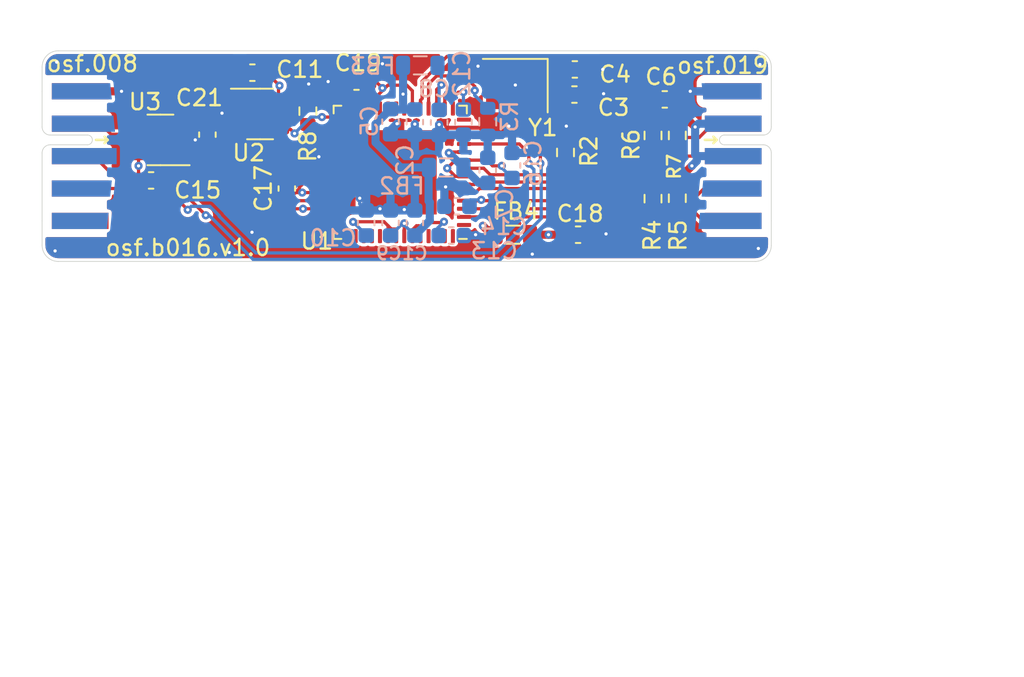
<source format=kicad_pcb>
(kicad_pcb (version 20211014) (generator pcbnew)
  (layers (0 "F.Cu" signal) (1 "In1.Cu" signal) (2 "In2.Cu" signal) (31 "B.Cu" signal) (34 "B.Paste" user) (35 "F.Paste" user) (36 "B.SilkS" user "B.Silkscreen") (37 "F.SilkS" user "F.Silkscreen") (38 "B.Mask" user) (39 "F.Mask" user) (44 "Edge.Cuts" user))
  (net 0 "")
  (net 1 "GND")
  (net 2 "Net-(C1-Pad1)")
  (net 3 "Net-(C7-Pad1)")
  (net 4 "Net-(C8-Pad1)")
  (net 5 "+3.3V")
  (net 6 "/Sheet603703E3/CT1")
  (net 7 "/Sheet603703E3/DM")
  (net 8 "/Sheet603703E3/DP")
  (net 9 "/Sheet603703E3/D1-")
  (net 10 "/Sheet603703E3/D2+")
  (net 11 "/Sheet603703E3/D2-")
  (net 12 "/Sheet603703E3/D1+")
  (net 14 "Net-(R2-Pad2)")
  (net 15 "Net-(R3-Pad2)")
  (net 16 "Net-(C4-Pad1)")
  (net 17 "Net-(C3-Pad1)")
  (net 22 "/VCC")
  (net 43 "Net-(U1-Pad29)")
  (net 44 "Net-(R8-Pad1)")
  (net 45 "Net-(U1-Pad31)")
  (net 46 "Net-(U1-Pad32)")
  (footprint "Capacitor_SMD:C_0603_1608Metric" (layer "F.Cu") (at 142.975 101.35 180)
    (fp_text reference "C11")
    (fp_text value "100nF")
  )
  (footprint "Capacitor_SMD:C_0603_1608Metric" (layer "F.Cu") (at 136.725 108)
    (fp_text reference "C15")
    (fp_text value "4.7nF")
  )
  (footprint "Capacitor_SMD:C_0603_1608Metric" (layer "F.Cu") (at 145.1 108.5 90)
    (fp_text reference "C17")
    (fp_text value "4.7nF")
  )
  (footprint "Capacitor_SMD:C_0603_1608Metric" (layer "F.Cu") (at 163.075 111.35)
    (fp_text reference "C18")
    (fp_text value "1.5nF")
  )
  (footprint "Capacitor_SMD:C_0603_1608Metric" (layer "F.Cu") (at 149.4 101.9 180)
    (fp_text reference "C19")
    (fp_text value "1.5nF")
  )
  (footprint "Inductor_SMD:L_0805_2012Metric" (layer "F.Cu") (at 159.05 111.35)
    (fp_text reference "FB4")
    (fp_text value "220R")
  )
  (footprint "on_edge:on_edge_2x05_device" (layer "F.Cu") (at 130 106.5 -90)
    (fp_text reference "J1")
    (fp_text value "008_USB_2x2")
    (fp_line (start -0.7 -0.5) (end -0.7 -2.8) (layer "Edge.Cuts") (width 0.05))
    (fp_line (start -1.3 -2.8) (end -1.3 -0.5) (layer "Edge.Cuts") (width 0.05))
    (fp_line (start -4 0) (end -1.8 0) (layer "Edge.Cuts") (width 0.05))
    (fp_line (start -0.2 0) (end 4 0) (layer "Edge.Cuts") (width 0.05))
    (fp_arc (start -1.3 -2.8) (mid -1 -3.1) (end -0.7 -2.8) (layer "Edge.Cuts") (width 0.05))
    (fp_arc (start -1.3 -0.5) (mid -1.446447 -0.146447) (end -1.8 0) (layer "Edge.Cuts") (width 0.05))
    (fp_arc (start -0.2 0) (mid -0.553553 -0.146447) (end -0.7 -0.5) (layer "Edge.Cuts") (width 0.05))
  )
  (footprint "on_edge:on_edge_2x05_host" (layer "F.Cu") (at 175 106.5 -90)
    (fp_text reference "J2")
    (fp_text value "009_1000BASE-T_2x5")
    (fp_line (start -1.3 0.5) (end -1.3 2.9) (layer "Edge.Cuts") (width 0.05))
    (fp_line (start -0.7 2.9) (end -0.7 0.5) (layer "Edge.Cuts") (width 0.05))
    (fp_line (start -0.2 0) (end 4 0) (layer "Edge.Cuts") (width 0.05))
    (fp_line (start -4 0) (end -1.8 0) (layer "Edge.Cuts") (width 0.05))
    (fp_arc (start -0.7 2.9) (mid -1 3.2) (end -1.3 2.9) (layer "Edge.Cuts") (width 0.05))
    (fp_arc (start -0.7 0.5) (mid -0.553553 0.146447) (end -0.2 0) (layer "Edge.Cuts") (width 0.05))
    (fp_arc (start -1.8 0) (mid -1.446447 0.146447) (end -1.3 0.5) (layer "Edge.Cuts") (width 0.05))
  )
  (footprint "Resistor_SMD:R_0603_1608Metric" (layer "F.Cu") (at 162.3 106.275 -90)
    (fp_text reference "R2")
    (fp_text value "12k")
  )
  (footprint "Package_DFN_QFN:QFN-56-1EP_8x8mm_P0.5mm_EP4.5x5.2mm" (layer "F.Cu") (at 152.1 107.5 180)
    (fp_text reference "U1")
    (fp_text value "LAN9500(A)")
  )
  (footprint "Capacitor_SMD:C_0603_1608Metric" (layer "F.Cu") (at 162.85 102.7)
    (fp_text reference "C3")
    (fp_text value "10pF")
  )
  (footprint "Capacitor_SMD:C_0603_1608Metric" (layer "F.Cu") (at 162.875 101.15)
    (fp_text reference "C4")
    (fp_text value "10pF")
  )
  (footprint "Crystal:Crystal_SMD_Abracon_ABM8G-4Pin_3.2x2.5mm" (layer "F.Cu") (at 159.2 102.15 180)
    (fp_text reference "Y1")
    (fp_text value "25MhZ")
  )
  (footprint "Package_TO_SOT_SMD:SOT-23-5" (layer "F.Cu") (at 137.3 105.5 180)
    (fp_text reference "U3")
    (fp_text value "TC1017-xCT")
  )
  (footprint "Resistor_SMD:R_0603_1608Metric" (layer "F.Cu") (at 169.2 109.1 -90)
    (fp_text reference "R5")
    (fp_text value "49.9R")
  )
  (footprint "Resistor_SMD:R_0603_1608Metric" (layer "F.Cu") (at 169.2 105.225 -90)
    (fp_text reference "R7")
    (fp_text value "49.9R")
  )
  (footprint "Capacitor_SMD:C_0603_1608Metric" (layer "F.Cu") (at 140.2 105.175 -90)
    (fp_text reference "C21")
    (fp_text value "1uF")
  )
  (footprint "Capacitor_SMD:C_0603_1608Metric" (layer "F.Cu") (at 168.425 103)
    (fp_text reference "C6")
    (fp_text value "100nF")
  )
  (footprint "Package_TO_SOT_SMD:SOT-23-6" (layer "F.Cu") (at 143.45 103.9)
    (fp_text reference "U2")
    (fp_text value "93AA56AT-I/OT")
  )
  (footprint "Resistor_SMD:R_0603_1608Metric" (layer "F.Cu") (at 146.4 103.725 90)
    (fp_text reference "R8")
    (fp_text value "12k")
  )
  (footprint "Resistor_SMD:R_0603_1608Metric" (layer "F.Cu") (at 167.7 109.125 -90)
    (fp_text reference "R4")
    (fp_text value "49.9R")
  )
  (footprint "Resistor_SMD:R_0603_1608Metric" (layer "F.Cu") (at 167.7 105.225 -90)
    (fp_text reference "R6")
    (fp_text value "49.9R")
  )
  (footprint "Capacitor_SMD:C_0603_1608Metric" (layer "B.Cu") (at 153 110.625 90)
    (fp_text reference "C1")
    (fp_text value "1uF")
  )
  (footprint "Capacitor_SMD:C_0603_1608Metric" (layer "B.Cu") (at 153 104.4 -90)
    (fp_text reference "C2")
    (fp_text value "100nF")
  )
  (footprint "Capacitor_SMD:C_0603_1608Metric" (layer "B.Cu") (at 151.5 104.375 -90)
    (fp_text reference "C5")
    (fp_text value "4.7nF")
  )
  (footprint "Capacitor_SMD:C_0603_1608Metric" (layer "B.Cu") (at 157.5 107.375 90)
    (fp_text reference "C7")
    (fp_text value "4.7nF")
  )
  (footprint "Capacitor_SMD:C_0603_1608Metric" (layer "B.Cu") (at 154.5 104.425 -90)
    (fp_text reference "C8")
    (fp_text value "4.7nF")
  )
  (footprint "Capacitor_SMD:C_0603_1608Metric" (layer "B.Cu") (at 151.5 110.625 90)
    (fp_text reference "C9")
    (fp_text value "1.5nF")
  )
  (footprint "Capacitor_SMD:C_0603_1608Metric" (layer "B.Cu") (at 150 110.625 90)
    (fp_text reference "C10")
    (fp_text value "100nF")
  )
  (footprint "Capacitor_SMD:C_0603_1608Metric" (layer "B.Cu") (at 156 104.4 -90)
    (fp_text reference "C12")
    (fp_text value "100nF")
  )
  (footprint "Capacitor_SMD:C_0603_1608Metric" (layer "B.Cu") (at 155.25 111.4)
    (fp_text reference "C13")
    (fp_text value "100nF")
  )
  (footprint "Capacitor_SMD:C_0603_1608Metric" (layer "B.Cu") (at 155.6 109.6 180)
    (fp_text reference "C14")
    (fp_text value "100nF")
  )
  (footprint "Capacitor_SMD:C_0603_1608Metric" (layer "B.Cu") (at 159 107.075 90)
    (fp_text reference "C16")
    (fp_text value "4.7nF")
  )
  (footprint "Inductor_SMD:L_0805_2012Metric" (layer "B.Cu") (at 154.9375 107.2)
    (fp_text reference "FB2")
    (fp_text value "220R")
  )
  (footprint "Inductor_SMD:L_0805_2012Metric" (layer "B.Cu") (at 153.3375 100.9)
    (fp_text reference "FB3")
    (fp_text value "220R")
  )
  (footprint "Resistor_SMD:R_0603_1608Metric" (layer "B.Cu") (at 157.5 104.375 90)
    (fp_text reference "R3")
    (fp_text value "12k")
  )
  (gr_arc (start 174 100) (mid 174.707107 100.292893) (end 175 101) (layer "Edge.Cuts") (width 0.05))
  (gr_line (start 174 113) (end 131 113) (layer "Edge.Cuts") (width 0.05))
  (gr_arc (start 131 113) (mid 130.292893 112.707107) (end 130 112) (layer "Edge.Cuts") (width 0.05))
  (gr_line (start 130 112) (end 130 110.5) (layer "Edge.Cuts") (width 0.05))
  (gr_arc (start 175 112) (mid 174.707107 112.707107) (end 174 113) (layer "Edge.Cuts") (width 0.05))
  (gr_line (start 130 102.5) (end 130 101) (layer "Edge.Cuts") (width 0.05))
  (gr_arc (start 130 101) (mid 130.292893 100.292893) (end 131 100) (layer "Edge.Cuts") (width 0.05))
  (gr_line (start 175 112) (end 175 110.5) (layer "Edge.Cuts") (width 0.05))
  (gr_line (start 131 100) (end 174 100) (layer "Edge.Cuts") (width 0.05))
  (gr_line (start 175 102.5) (end 175 101) (layer "Edge.Cuts") (width 0.05))
  (gr_text "osf.019" (at 172 100.9) (layer "F.SilkS") (effects (font (size 1 1))))
  (gr_text "osf.008" (at 133.1 100.8) (layer "F.SilkS") (effects (font (size 1 1))))
  (gr_text "osf.b016.v1.0" (at 139 112.15) (layer "F.SilkS") (effects (font (size 1 1))))
  (segment (start 169.7 102.5) (end 170 102.5) (width 0.5) (layer "F.Cu") (net 1))
  (segment (start 148.1625 106.75) (end 147.2901 106.75) (width 0.2) (layer "F.Cu") (net 1))
  (segment (start 150.85 109.75) (end 150.85 108.75) (width 0.2) (layer "F.Cu") (net 1))
  (segment (start 158.5 101.3) (end 158.1 101.3) (width 0.2) (layer "F.Cu") (net 1))
  (segment (start 149.6 109.1) (end 150.5 109.1) (width 0.2) (layer "F.Cu") (net 1))
  (segment (start 146.4 102.1) (end 146.45 102.05) (width 0.2) (layer "F.Cu") (net 1))
  (segment (start 164.6 102.7) (end 164.65 102.65) (width 0.2) (layer "F.Cu") (net 1))
  (segment (start 159.204227 102.004227) (end 159.204227 102.113109) (width 0.2) (layer "F.Cu") (net 1))
  (segment (start 150.5 109.1) (end 152.1 107.5) (width 0.2) (layer "F.Cu") (net 1))
  (segment (start 138.4375 105.5) (end 139.45 105.5) (width 0.2) (layer "F.Cu") (net 1))
  (segment (start 141.15 103.9) (end 141.1 103.85) (width 0.2) (layer "F.Cu") (net 1))
  (segment (start 150.85 108.75) (end 152.1 107.5) (width 0.2) (layer "F.Cu") (net 1))
  (segment (start 160.3 103) (end 160.2 103) (width 0.2) (layer "F.Cu") (net 1))
  (segment (start 139.45 105.5) (end 139.75 105.5) (width 0.2) (layer "F.Cu") (net 1))
  (segment (start 147.2901 106.75) (end 147.0797 106.5396) (width 0.2) (layer "F.Cu") (net 1))
  (segment (start 142.3125 103.9) (end 141.15 103.9) (width 0.2) (layer "F.Cu") (net 1))
  (segment (start 148.1625 106.25) (end 147.3693 106.25) (width 0.2) (layer "F.Cu") (net 1))
  (segment (start 163.85 111.35) (end 164.75 111.35) (width 0.5) (layer "F.Cu") (net 1))
  (segment (start 162.3 104.7) (end 162.35 104.65) (width 0.5) (layer "F.Cu") (net 1))
  (segment (start 164.75 111.35) (end 164.8 111.3) (width 0.5) (layer "F.Cu") (net 1))
  (segment (start 148.625 101.9) (end 147.65 101.9) (width 0.2) (layer "F.Cu") (net 1))
  (segment (start 152.35 109.8) (end 152.35 107.75) (width 0.2) (layer "F.Cu") (net 1))
  (segment (start 169.2 103) (end 169.7 102.5) (width 0.5) (layer "F.Cu") (net 1))
  (segment (start 147.3693 106.25) (end 147.0797 106.5396) (width 0.2) (layer "F.Cu") (net 1))
  (segment (start 158.1 101.3) (end 158.5 101.7) (width 0.2) (layer "F.Cu") (net 1))
  (segment (start 162.3 105.45) (end 162.3 104.7) (width 0.5) (layer "F.Cu") (net 1))
  (segment (start 146.4 102.9) (end 146.4 102.1) (width 0.2) (layer "F.Cu") (net 1))
  (segment (start 158.5 101.7) (end 158.9 101.7) (width 0.2) (layer "F.Cu") (net 1))
  (segment (start 163.65 101.15) (end 164.6 101.15) (width 0.2) (layer "F.Cu") (net 1))
  (segment (start 158.9 101.7) (end 159.204227 102.004227) (width 0.2) (layer "F.Cu") (net 1))
  (segment (start 152.35 107.75) (end 152.1 107.5) (width 0.2) (layer "F.Cu") (net 1))
  (segment (start 170 102.5) (end 172.65 102.5) (width 0.5) (layer "F.Cu") (net 1))
  (segment (start 163.625 102.7) (end 164.6 102.7) (width 0.2) (layer "F.Cu") (net 1))
  (segment (start 132.35 102.5) (end 134.9 102.5) (width 0.5) (layer "F.Cu") (net 1))
  (segment (start 160.2 103) (end 158.5 101.3) (width 0.2) (layer "F.Cu") (net 1))
  (segment (start 139.75 105.5) (end 140.2 105.95) (width 0.2) (layer "F.Cu") (net 1))
  (via (at 151.9 104.5) (size 0.5) (drill 0.2) (layers "F.Cu" "B.Cu") (net 1))
  (via (at 141.1 103.85) (size 0.5) (drill 0.2) (layers "F.Cu" "B.Cu") (net 1))
  (via (at 147.65 101.9) (size 0.5) (drill 0.2) (layers "F.Cu" "B.Cu") (net 1))
  (via (at 170 102.5) (size 0.5) (drill 0.2) (layers "F.Cu" "B.Cu") (net 1))
  (via (at 147.0797 106.5396) (size 0.5) (drill 0.2) (layers "F.Cu" "B.Cu") (net 1))
  (via (at 174.3 100.85) (size 0.5) (drill 0.2) (layers "F.Cu" "B.Cu") (net 1))
  (via (at 162.35 104.65) (size 0.5) (drill 0.2) (layers "F.Cu" "B.Cu") (net 1))
  (via (at 159.204227 102.113109) (size 0.5) (drill 0.2) (layers "F.Cu" "B.Cu") (net 1))
  (via (at 146.45 102.05) (size 0.5) (drill 0.2) (layers "F.Cu" "B.Cu") (net 1))
  (via (at 141.55 112.45) (size 0.5) (drill 0.2) (layers "F.Cu" "B.Cu") (net 1))
  (via (at 154.5 104.55) (size 0.5) (drill 0.2) (layers "F.Cu" "B.Cu") (net 1))
  (via (at 150.85 109.75) (size 0.5) (drill 0.2) (layers "F.Cu" "B.Cu") (net 1))
  (via (at 164.6 101.15) (size 0.5) (drill 0.2) (layers "F.Cu" "B.Cu") (net 1))
  (via (at 156.75 111.35) (size 0.5) (drill 0.2) (layers "F.Cu" "B.Cu") (net 1))
  (via (at 151 100.8) (size 0.5) (drill 0.2) (layers "F.Cu" "B.Cu") (net 1))
  (via (at 156.9 100.95) (size 0.5) (drill 0.2) (layers "F.Cu" "B.Cu") (net 1))
  (via (at 164.65 102.65) (size 0.5) (drill 0.2) (layers "F.Cu" "B.Cu") (net 1))
  (via (at 142.95 111.2) (size 0.5) (drill 0.2) (layers "F.Cu" "B.Cu") (net 1))
  (via (at 164.8 111.3) (size 0.5) (drill 0.2) (layers "F.Cu" "B.Cu") (net 1))
  (via (at 158.8 104.65) (size 0.5) (drill 0.2) (layers "F.Cu" "B.Cu") (net 1))
  (via (at 174.2 112.2) (size 0.5) (drill 0.2) (layers "F.Cu" "B.Cu") (net 1))
  (via (at 153 104.525) (size 0.5) (drill 0.2) (layers "F.Cu" "B.Cu") (net 1))
  (via (at 130.8 112.35) (size 0.5) (drill 0.2) (layers "F.Cu" "B.Cu") (net 1))
  (via (at 139.45 105.5) (size 0.5) (drill 0.2) (layers "F.Cu" "B.Cu") (net 1))
  (via (at 134.9 102.5) (size 0.5) (drill 0.2) (layers "F.Cu" "B.Cu") (net 1))
  (via (at 149.6 109.1) (size 0.5) (drill 0.2) (layers "F.Cu" "B.Cu") (net 1))
  (via (at 152.35 109.8) (size 0.5) (drill 0.2) (layers "F.Cu" "B.Cu") (net 1))
  (via (at 154.9 108.4) (size 0.5) (drill 0.2) (layers "F.Cu" "B.Cu") (net 1))
  (via (at 160.25 112.55) (size 0.5) (drill 0.2) (layers "F.Cu" "B.Cu") (net 1))
  (via (at 130.9 100.7) (size 0.5) (drill 0.2) (layers "F.Cu" "B.Cu") (net 1))
  (segment (start 154.5 105.2) (end 154.5 104.55) (width 0.5) (layer "B.Cu") (net 1))
  (segment (start 156.025 111.35) (end 155.975 111.4) (width 0.2) (layer "B.Cu") (net 1))
  (segment (start 149.6 109.1) (end 149.6 109.45) (width 0.2) (layer "B.Cu") (net 1))
  (segment (start 151.4 109.75) (end 151.5 109.85) (width 0.2) (layer "B.Cu") (net 1))
  (segment (start 151.5 105.15) (end 151.5 104.9) (width 0.5) (layer "B.Cu") (net 1))
  (segment (start 156.75 111.35) (end 156.025 111.35) (width 0.2) (layer "B.Cu") (net 1))
  (segment (start 172.6 102.5) (end 170 102.5) (width 0.5) (layer "B.Cu") (net 1))
  (segment (start 152.35 109.8) (end 152.95 109.8) (width 0.2) (layer "B.Cu") (net 1))
  (segment (start 152.95 109.8) (end 153 109.85) (width 0.2) (layer "B.Cu") (net 1))
  (segment (start 149.6 109.45) (end 150 109.85) (width 0.2) (layer "B.Cu") (net 1))
  (segment (start 150.85 109.75) (end 151.4 109.75) (width 0.2) (layer "B.Cu") (net 1))
  (segment (start 154.9 108.4) (end 154.9 109.175) (width 0.2) (layer "B.Cu") (net 1))
  (segment (start 153 105.175) (end 153 104.525) (width 0.5) (layer "B.Cu") (net 1))
  (segment (start 151.5 104.9) (end 151.9 104.5) (width 0.5) (layer "B.Cu") (net 1))
  (segment (start 154.9 109.175) (end 154.825 109.25) (width 0.2) (layer "B.Cu") (net 1))
  (segment (start 152.35 103.5625) (end 152.35 102.75) (width 0.2) (layer "F.Cu") (net 2))
  (segment (start 152.35 102.75) (end 152.275 102.675) (width 0.2) (layer "F.Cu") (net 2))
  (segment (start 152.35 111.4375) (end 152.35 110.65) (width 0.2) (layer "F.Cu") (net 2))
  (via (at 152.275 102.675) (size 0.5) (drill 0.2) (layers "F.Cu" "B.Cu") (net 2))
  (via (at 152.35 110.65) (size 0.5) (drill 0.2) (layers "F.Cu" "B.Cu") (net 2))
  (segment (start 152.35 110.65) (end 152.35 110.75) (width 0.2) (layer "B.Cu") (net 2))
  (segment (start 150.575 104.525) (end 150.575 105.654594) (width 0.5) (layer "B.Cu") (net 2))
  (segment (start 152.25 110.65) (end 151.5 111.4) (width 0.2) (layer "B.Cu") (net 2))
  (segment (start 151.5 103.6) (end 150.575 104.525) (width 0.5) (layer "B.Cu") (net 2))
  (segment (start 153 103.625) (end 152.275 103.625) (width 0.5) (layer "B.Cu") (net 2))
  (segment (start 153.925 110.470406) (end 153.925 109.345406) (width 0.5) (layer "B.Cu") (net 2))
  (segment (start 151.525 103.625) (end 151.5 103.6) (width 0.5) (layer "B.Cu") (net 2))
  (segment (start 152.275 100.9) (end 152.275 102.675) (width 0.5) (layer "B.Cu") (net 2))
  (segment (start 152.35 110.65) (end 152.25 110.65) (width 0.2) (layer "B.Cu") (net 2))
  (segment (start 152.35 110.75) (end 153 111.4) (width 0.2) (layer "B.Cu") (net 2))
  (segment (start 152.275 103.625) (end 151.525 103.625) (width 0.5) (layer "B.Cu") (net 2))
  (segment (start 153.925 109.345406) (end 153.85 109.270406) (width 0.5) (layer "B.Cu") (net 2))
  (segment (start 150.575 105.654594) (end 152.120406 107.2) (width 0.5) (layer "B.Cu") (net 2))
  (segment (start 153.85 109.270406) (end 153.85 107.225) (width 0.5) (layer "B.Cu") (net 2))
  (segment (start 153.85 107.225) (end 153.875 107.2) (width 0.5) (layer "B.Cu") (net 2))
  (segment (start 152.275 102.675) (end 152.275 103.625) (width 0.5) (layer "B.Cu") (net 2))
  (segment (start 153 111.4) (end 153 111.395406) (width 0.5) (layer "B.Cu") (net 2))
  (segment (start 152.120406 107.2) (end 153.875 107.2) (width 0.5) (layer "B.Cu") (net 2))
  (segment (start 153 111.395406) (end 153.925 110.470406) (width 0.5) (layer "B.Cu") (net 2))
  (segment (start 156.0375 106.25) (end 155.15 106.25) (width 0.2) (layer "F.Cu") (net 3))
  (segment (start 155.15 106.25) (end 155.1 106.3) (width 0.2) (layer "F.Cu") (net 3))
  (via (at 155.1 106.3) (size 0.5) (drill 0.2) (layers "F.Cu" "B.Cu") (net 3))
  (segment (start 156.95 108.15) (end 156 107.2) (width 0.5) (layer "B.Cu") (net 3))
  (segment (start 155.1 106.3) (end 156 107.2) (width 0.5) (layer "B.Cu") (net 3))
  (segment (start 157.5 108.15) (end 156.95 108.15) (width 0.5) (layer "B.Cu") (net 3))
  (segment (start 154.35 102.388468) (end 154.638968 102.0995) (width 0.2) (layer "F.Cu") (net 4))
  (segment (start 154.35 103.5625) (end 154.35 102.388468) (width 0.2) (layer "F.Cu") (net 4))
  (via (at 154.638968 102.0995) (size 0.5) (drill 0.2) (layers "F.Cu" "B.Cu") (net 4))
  (segment (start 154.638968 102.0995) (end 154.638968 101.138968) (width 0.2) (layer "B.Cu") (net 4))
  (segment (start 154.638968 101.138968) (end 154.4 100.9) (width 0.2) (layer "B.Cu") (net 4))
  (segment (start 154.5 102.238468) (end 154.638968 102.0995) (width 0.2) (layer "B.Cu") (net 4))
  (segment (start 154.5 103.65) (end 154.5 102.238468) (width 0.2) (layer "B.Cu") (net 4))
  (segment (start 145.125 109.25) (end 145.1 109.275) (width 0.2) (layer "F.Cu") (net 5))
  (segment (start 146.05 108.75) (end 145.625 108.75) (width 0.2) (layer "F.Cu") (net 5))
  (segment (start 151.1 110.55) (end 149.201747 110.55) (width 0.2) (layer "F.Cu") (net 5))
  (segment (start 151.35 110.8) (end 151.35 111.4375) (width 0.2) (layer "F.Cu") (net 5))
  (segment (start 152.85 103.5625) (end 152.85 102.472182) (width 0.2) (layer "F.Cu") (net 5))
  (segment (start 135.95 106.6625) (end 136.1625 106.45) (width 0.2) (layer "F.Cu") (net 5))
  (segment (start 149.201747 110.55) (end 149.192323 110.559424) (width 0.2) (layer "F.Cu") (net 5))
  (segment (start 150.6 101.9) (end 151 102.3) (width 0.2) (layer "F.Cu") (net 5))
  (segment (start 157.75 111.35) (end 157.2 110.8) (width 0.5) (layer "F.Cu") (net 5))
  (segment (start 151.85 111.4375) (end 151.85 111) (width 0.2) (layer "F.Cu") (net 5))
  (segment (start 146.5 107.75) (end 146.5 107.8) (width 0.2) (layer "F.Cu") (net 5))
  (segment (start 152.85 111.05) (end 153.1 110.8) (width 0.2) (layer "F.Cu") (net 5))
  (segment (start 151.337348 102.125) (end 150.35 103.112348) (width 0.2) (layer "F.Cu") (net 5))
  (segment (start 146.5 107.8) (end 145.875 108.425) (width 0.2) (layer "F.Cu") (net 5))
  (segment (start 157.9875 111.35) (end 157.75 111.35) (width 0.5) (layer "F.Cu") (net 5))
  (segment (start 152.85 102.472182) (end 152.502818 102.125) (width 0.2) (layer "F.Cu") (net 5))
  (segment (start 145.875 108.5) (end 145.1 109.275) (width 0.2) (layer "F.Cu") (net 5))
  (segment (start 148.1625 107.75) (end 146.5 107.75) (width 0.2) (layer "F.Cu") (net 5))
  (segment (start 135.95 107.1) (end 135.95 106.6625) (width 0.2) (layer "F.Cu") (net 5))
  (segment (start 154.8 110.5505) (end 154.7505 110.6) (width 0.2) (layer "F.Cu") (net 5))
  (segment (start 154.7505 110.6) (end 153.65 110.6) (width 0.2) (layer "F.Cu") (net 5))
  (segment (start 148.1625 109.75) (end 146.1 109.75) (width 0.2) (layer "F.Cu") (net 5))
  (segment (start 135.95 108) (end 135.95 107.1) (width 0.2) (layer "F.Cu") (net 5))
  (segment (start 152.502818 102.125) (end 151.337348 102.125) (width 0.2) (layer "F.Cu") (net 5))
  (segment (start 143.85 101.35) (end 144.65 102.15) (width 0.2) (layer "F.Cu") (net 5))
  (segment (start 148.1625 108.75) (end 146.05 108.75) (width 0.2) (layer "F.Cu") (net 5))
  (segment (start 144.5875 102.2125) (end 144.65 102.15) (width 0.2) (layer "F.Cu") (net 5))
  (segment (start 144.5875 102.95) (end 144.5875 102.2125) (width 0.2) (layer "F.Cu") (net 5))
  (segment (start 151.55 111) (end 151.35 110.8) (width 0.2) (layer "F.Cu") (net 5))
  (segment (start 151.85 111) (end 151.55 111) (width 0.2) (layer "F.Cu") (net 5))
  (segment (start 148.1625 107.25) (end 147 107.25) (width 0.2) (layer "F.Cu") (net 5))
  (segment (start 150.175 101.9) (end 150.6 101.9) (width 0.2) (layer "F.Cu") (net 5))
  (segment (start 143.75 101.35) (end 143.85 101.35) (width 0.2) (layer "F.Cu") (net 5))
  (segment (start 145.575 109.75) (end 145.1 109.275) (width 0.2) (layer "F.Cu") (net 5))
  (segment (start 150.35 103.112348) (end 150.35 103.5625) (width 0.2) (layer "F.Cu") (net 5))
  (segment (start 153.65 110.6) (end 153.35 110.9) (width 0.2) (layer "F.Cu") (net 5))
  (segment (start 148.1625 109.25) (end 145.125 109.25) (width 0.2) (layer "F.Cu") (net 5))
  (segment (start 146.1 109.75) (end 145.575 109.75) (width 0.2) (layer "F.Cu") (net 5))
  (segment (start 151.35 110.8) (end 151.1 110.55) (width 0.2) (layer "F.Cu") (net 5))
  (segment (start 153.1 110.8) (end 153.25 110.8) (width 0.2) (layer "F.Cu") (net 5))
  (segment (start 145.625 108.75) (end 145.1 109.275) (width 0.2) (layer "F.Cu") (net 5))
  (segment (start 152.85 111.4375) (end 152.85 111.05) (width 0.2) (layer "F.Cu") (net 5))
  (segment (start 153.25 110.8) (end 153.35 110.9) (width 0.2) (layer "F.Cu") (net 5))
  (segment (start 147 107.25) (end 146.5 107.75) (width 0.2) (layer "F.Cu") (net 5))
  (segment (start 153.35 110.9) (end 153.35 111.4375) (width 0.2) (layer "F.Cu") (net 5))
  (segment (start 145.875 108.425) (end 145.875 108.5) (width 0.2) (layer "F.Cu") (net 5))
  (via (at 144.65 102.15) (size 0.5) (drill 0.2) (layers "F.Cu" "B.Cu") (net 5))
  (via (at 146.1 109.75) (size 0.5) (drill 0.2) (layers "F.Cu" "B.Cu") (net 5))
  (via (at 151 102.3) (size 0.5) (drill 0.2) (layers "F.Cu" "B.Cu") (net 5))
  (via (at 149.192323 110.559424) (size 0.5) (drill 0.2) (layers "F.Cu" "B.Cu") (net 5))
  (via (at 157.2 110.8) (size 0.5) (drill 0.2) (layers "F.Cu" "B.Cu") (net 5))
  (via (at 154.8 110.5505) (size 0.5) (drill 0.2) (layers "F.Cu" "B.Cu") (net 5))
  (via (at 135.95 107.1) (size 0.5) (drill 0.2) (layers "F.Cu" "B.Cu") (net 5))
  (via (at 146.05 108.75) (size 0.5) (drill 0.2) (layers "F.Cu" "B.Cu") (net 5))
  (segment (start 154.425 110.9255) (end 154.425 111.4) (width 0.2) (layer "B.Cu") (net 5))
  (segment (start 150 111.367101) (end 149.192323 110.559424) (width 0.2) (layer "B.Cu") (net 5))
  (segment (start 150 111.4) (end 150 111.367101) (width 0.2) (layer "B.Cu") (net 5))
  (segment (start 154.8 110.5505) (end 154.425 110.9255) (width 0.2) (layer "B.Cu") (net 5))
  (segment (start 167.7 103.05) (end 167.65 103) (width 0.5) (layer "F.Cu") (net 6))
  (segment (start 169.2 104.4) (end 170 104.4) (width 0.5) (layer "F.Cu") (net 6))
  (segment (start 157.45 106.75) (end 156.0375 106.75) (width 0.2) (layer "F.Cu") (net 6))
  (segment (start 156.0375 109.25) (end 157.0505 109.25) (width 0.2) (layer "F.Cu") (net 6))
  (segment (start 156.0375 106.75) (end 155.5 106.75) (width 0.2) (layer "F.Cu") (net 6))
  (segment (start 160.1125 111.35) (end 161.25 111.35) (width 0.5) (layer "F.Cu") (net 6))
  (segment (start 158.365671 107.1005) (end 157.8005 107.1005) (width 0.2) (layer "F.Cu") (net 6))
  (segment (start 157.8005 107.1005) (end 157.45 106.75) (width 0.2) (layer "F.Cu") (net 6))
  (segment (start 156.0375 107.75) (end 155.5 107.75) (width 0.2) (layer "F.Cu") (net 6))
  (segment (start 166.65 108.3) (end 167.7 108.3) (width 0.2) (layer "F.Cu") (net 6))
  (segment (start 155.35 102.9) (end 155.35 103.5625) (width 0.2) (layer "F.Cu") (net 6))
  (segment (start 169.2 108.275) (end 167.725 108.275) (width 0.5) (layer "F.Cu") (net 6))
  (segment (start 170 104.4) (end 170.3 104.7) (width 0.5) (layer "F.Cu") (net 6))
  (segment (start 169.2 104.4) (end 167.7 104.4) (width 0.5) (layer "F.Cu") (net 6))
  (segment (start 156.0375 109.25) (end 165.7 109.25) (width 0.2) (layer "F.Cu") (net 6))
  (segment (start 155.5 107.75) (end 155 107.25) (width 0.2) (layer "F.Cu") (net 6))
  (segment (start 156 102.55) (end 155.7 102.55) (width 0.2) (layer "F.Cu") (net 6))
  (segment (start 165.7 109.25) (end 166.65 108.3) (width 0.2) (layer "F.Cu") (net 6))
  (segment (start 167.7 104.4) (end 167.7 103.05) (width 0.5) (layer "F.Cu") (net 6))
  (segment (start 155.5 106.75) (end 155 107.25) (width 0.2) (layer "F.Cu") (net 6))
  (segment (start 157.0505 109.25) (end 157.1 109.2005) (width 0.2) (layer "F.Cu") (net 6))
  (segment (start 167.725 108.275) (end 167.7 108.3) (width 0.5) (layer "F.Cu") (net 6))
  (segment (start 155.7 102.55) (end 155.35 102.9) (width 0.2) (layer "F.Cu") (net 6))
  (segment (start 162.3 111.35) (end 161.25 111.35) (width 0.5) (layer "F.Cu") (net 6))
  (segment (start 169.2 108) (end 170.1 107.1) (width 0.5) (layer "F.Cu") (net 6))
  (segment (start 169.2 108.275) (end 169.2 108) (width 0.5) (layer "F.Cu") (net 6))
  (via (at 170.1 107.1) (size 0.5) (drill 0.2) (layers "F.Cu" "B.Cu") (net 6))
  (via (at 155 107.25) (size 0.5) (drill 0.2) (layers "F.Cu" "B.Cu") (net 6))
  (via (at 170.3 104.7) (size 0.5) (drill 0.2) (layers "F.Cu" "B.Cu") (net 6))
  (via (at 161.25 111.35) (size 0.5) (drill 0.2) (layers "F.Cu" "B.Cu") (net 6))
  (via (at 156 102.55) (size 0.5) (drill 0.2) (layers "F.Cu" "B.Cu") (net 6))
  (via (at 158.365671 107.1005) (size 0.5) (drill 0.2) (layers "F.Cu" "B.Cu") (net 6))
  (via (at 157.1 109.2005) (size 0.5) (drill 0.2) (layers "F.Cu" "B.Cu") (net 6))
  (segment (start 157.1 109.2005) (end 156.4245 109.2005) (width 0.2) (layer "B.Cu") (net 6))
  (segment (start 170.1 107.1) (end 170.4 106.8) (width 0.5) (layer "B.Cu") (net 6))
  (segment (start 170.4 106.8) (end 170.4 106.5) (width 0.5) (layer "B.Cu") (net 6))
  (segment (start 159 107.85) (end 158.365671 107.215671) (width 0.2) (layer "B.Cu") (net 6))
  (segment (start 156 103.625) (end 156 102.55) (width 0.2) (layer "B.Cu") (net 6))
  (segment (start 172.65 106.5) (end 170.4 106.5) (width 0.5) (layer "B.Cu") (net 6))
  (segment (start 170.3 106.4) (end 170.3 104.7) (width 0.5) (layer "B.Cu") (net 6))
  (segment (start 170.3 104.7) (end 170.5 104.5) (width 0.5) (layer "B.Cu") (net 6))
  (segment (start 158.365671 107.215671) (end 158.365671 107.1005) (width 0.2) (layer "B.Cu") (net 6))
  (segment (start 156.4245 109.2005) (end 156.375 109.25) (width 0.2) (layer "B.Cu") (net 6))
  (segment (start 170.4 106.5) (end 170.3 106.4) (width 0.5) (layer "B.Cu") (net 6))
  (segment (start 170.5 104.5) (end 172.65 104.5) (width 0.5) (layer "B.Cu") (net 6))
  (segment (start 159.45 105.75) (end 156.0375 105.75) (width 0.2) (layer "F.Cu") (net 7))
  (segment (start 135.3 109.3) (end 138.472888 109.3) (width 0.2) (layer "F.Cu") (net 7))
  (segment (start 138.472888 109.3) (end 138.986444 109.813556) (width 0.2) (layer "F.Cu") (net 7))
  (segment (start 132.35 108.5) (end 134.5 108.5) (width 0.2) (layer "F.Cu") (net 7))
  (segment (start 160.036693 106.963804) (end 160.036693 106.336693) (width 0.2) (layer "F.Cu") (net 7))
  (segment (start 134.5 108.5) (end 135.3 109.3) (width 0.2) (layer "F.Cu") (net 7))
  (segment (start 160.036693 106.336693) (end 159.45 105.75) (width 0.2) (layer "F.Cu") (net 7))
  (via (at 138.986444 109.813556) (size 0.5) (drill 0.2) (layers "F.Cu" "B.Cu") (net 7))
  (via (at 160.036693 106.963804) (size 0.5) (drill 0.2) (layers "F.Cu" "B.Cu") (net 7))
  (segment (start 158.025 112.475) (end 143.190686 112.475) (width 0.2) (layer "B.Cu") (net 7))
  (segment (start 139.2 109.6) (end 138.986444 109.813556) (width 0.2) (layer "B.Cu") (net 7))
  (segment (start 160.35 110.15) (end 158.025 112.475) (width 0.2) (layer "B.Cu") (net 7))
  (segment (start 160.35 107.327818) (end 160.35 110.15) (width 0.2) (layer "B.Cu") (net 7))
  (segment (start 160.036693 106.963804) (end 160.036693 107.014511) (width 0.2) (layer "B.Cu") (net 7))
  (segment (start 143.190686 112.475) (end 140.932843 110.217157) (width 0.2) (layer "B.Cu") (net 7))
  (segment (start 160.036693 107.014511) (end 160.35 107.327818) (width 0.2) (layer "B.Cu") (net 7))
  (segment (start 140.35 109.6) (end 139.2 109.6) (width 0.2) (layer "B.Cu") (net 7))
  (segment (start 140.932843 110.182843) (end 140.35 109.6) (width 0.2) (layer "B.Cu") (net 7))
  (segment (start 140.932843 110.217157) (end 140.932843 110.182843) (width 0.2) (layer "B.Cu") (net 7))
  (segment (start 160.75 106.95) (end 160.75 106.35) (width 0.2) (layer "F.Cu") (net 8))
  (segment (start 160.75 106.35) (end 159.65 105.25) (width 0.2) (layer "F.Cu") (net 8))
  (segment (start 135.6 108.9) (end 138.85 108.9) (width 0.2) (layer "F.Cu") (net 8))
  (segment (start 138.85 108.9) (end 140.1 110.15) (width 0.2) (layer "F.Cu") (net 8))
  (segment (start 133.2 106.5) (end 135.6 108.9) (width 0.2) (layer "F.Cu") (net 8))
  (segment (start 132.35 106.5) (end 133.2 106.5) (width 0.2) (layer "F.Cu") (net 8))
  (segment (start 159.65 105.25) (end 156.0375 105.25) (width 0.2) (layer "F.Cu") (net 8))
  (via (at 140.1 110.15) (size 0.5) (drill 0.2) (layers "F.Cu" "B.Cu") (net 8))
  (via (at 160.75 106.95) (size 0.5) (drill 0.2) (layers "F.Cu" "B.Cu") (net 8))
  (segment (start 140.3 110.15) (end 140.1 110.15) (width 0.2) (layer "B.Cu") (net 8))
  (segment (start 160.8 107) (end 160.8 110.35) (width 0.2) (layer "B.Cu") (net 8))
  (segment (start 143.025 112.875) (end 140.3 110.15) (width 0.2) (layer "B.Cu") (net 8))
  (segment (start 160.8 110.35) (end 158.275 112.875) (width 0.2) (layer "B.Cu") (net 8))
  (segment (start 158.275 112.875) (end 143.025 112.875) (width 0.2) (layer "B.Cu") (net 8))
  (segment (start 160.75 106.95) (end 160.8 107) (width 0.2) (layer "B.Cu") (net 8))
  (segment (start 168.475 110.65) (end 169.2 109.925) (width 0.2) (layer "F.Cu") (net 9))
  (segment (start 170.8 110.5) (end 172.65 110.5) (width 0.2) (layer "F.Cu") (net 9))
  (segment (start 167.05 110.65) (end 168.475 110.65) (width 0.2) (layer "F.Cu") (net 9))
  (segment (start 170.225 109.925) (end 170.8 110.5) (width 0.2) (layer "F.Cu") (net 9))
  (segment (start 156.0375 110.25) (end 166.65 110.25) (width 0.2) (layer "F.Cu") (net 9))
  (segment (start 166.65 110.25) (end 167.05 110.65) (width 0.2) (layer "F.Cu") (net 9))
  (segment (start 169.2 109.925) (end 170.225 109.925) (width 0.2) (layer "F.Cu") (net 9))
  (segment (start 168.4 105.35) (end 167.7 106.05) (width 0.2) (layer "F.Cu") (net 10))
  (segment (start 156.675 108.25) (end 156.0375 108.25) (width 0.2) (layer "F.Cu") (net 10))
  (segment (start 156.825 108.1) (end 156.675 108.25) (width 0.2) (layer "F.Cu") (net 10))
  (segment (start 166.95 106.4) (end 165.284314 106.4) (width 0.2) (layer "F.Cu") (net 10))
  (segment (start 170.55 105.35) (end 168.4 105.35) (width 0.2) (layer "F.Cu") (net 10))
  (segment (start 167.7 106.05) (end 167.3 106.05) (width 0.2) (layer "F.Cu") (net 10))
  (segment (start 167.3 106.05) (end 166.95 106.4) (width 0.2) (layer "F.Cu") (net 10))
  (segment (start 171.4 104.5) (end 170.55 105.35) (width 0.2) (layer "F.Cu") (net 10))
  (segment (start 165.284314 106.4) (end 163.584314 108.1) (width 0.2) (layer "F.Cu") (net 10))
  (segment (start 163.584314 108.1) (end 156.825 108.1) (width 0.2) (layer "F.Cu") (net 10))
  (segment (start 172.65 104.5) (end 171.4 104.5) (width 0.2) (layer "F.Cu") (net 10))
  (segment (start 172.65 106.5) (end 169.65 106.5) (width 0.2) (layer "F.Cu") (net 11))
  (segment (start 156.990686 108.5) (end 163.749999 108.5) (width 0.2) (layer "F.Cu") (net 11))
  (segment (start 165.45 106.8) (end 168.45 106.8) (width 0.2) (layer "F.Cu") (net 11))
  (segment (start 169.65 106.5) (end 169.2 106.05) (width 0.2) (layer "F.Cu") (net 11))
  (segment (start 168.45 106.8) (end 169.2 106.05) (width 0.2) (layer "F.Cu") (net 11))
  (segment (start 163.749999 108.5) (end 165.45 106.8) (width 0.2) (layer "F.Cu") (net 11))
  (segment (start 156.0375 108.75) (end 156.740686 108.75) (width 0.2) (layer "F.Cu") (net 11))
  (segment (start 156.740686 108.75) (end 156.990686 108.5) (width 0.2) (layer "F.Cu") (net 11))
  (segment (start 156.0375 109.75) (end 167.5 109.75) (width 0.2) (layer "F.Cu") (net 12))
  (segment (start 167.7 109.95) (end 168.55 109.1) (width 0.2) (layer "F.Cu") (net 12))
  (segment (start 170.25 109.1) (end 170.85 108.5) (width 0.2) (layer "F.Cu") (net 12))
  (segment (start 170.85 108.5) (end 172.65 108.5) (width 0.2) (layer "F.Cu") (net 12))
  (segment (start 168.55 109.1) (end 170.25 109.1) (width 0.2) (layer "F.Cu") (net 12))
  (segment (start 167.5 109.75) (end 167.7 109.95) (width 0.2) (layer "F.Cu") (net 12))
  (segment (start 162.3 107.1) (end 161.75 107.65) (width 0.2) (layer "F.Cu") (net 14))
  (segment (start 157.25 107.25) (end 156.0375 107.25) (width 0.2) (layer "F.Cu") (net 14))
  (segment (start 161.75 107.65) (end 157.65 107.65) (width 0.2) (layer "F.Cu") (net 14))
  (segment (start 157.65 107.65) (end 157.25 107.25) (width 0.2) (layer "F.Cu") (net 14))
  (segment (start 155.05 102.5) (end 155.6 101.95) (width 0.2) (layer "F.Cu") (net 15))
  (segment (start 156.45 101.95) (end 156.7 102.2) (width 0.2) (layer "F.Cu") (net 15))
  (segment (start 154.85 103.5625) (end 154.85 102.7) (width 0.2) (layer "F.Cu") (net 15))
  (segment (start 154.85 102.7) (end 155.05 102.5) (width 0.2) (layer "F.Cu") (net 15))
  (segment (start 155.6 101.95) (end 156.45 101.95) (width 0.2) (layer "F.Cu") (net 15))
  (segment (start 156.7 102.2) (end 156.7 102.45) (width 0.2) (layer "F.Cu") (net 15))
  (via (at 156.7 102.45) (size 0.5) (drill 0.2) (layers "F.Cu" "B.Cu") (net 15))
  (segment (start 156.7 102.75) (end 157.5 103.55) (width 0.2) (layer "B.Cu") (net 15))
  (segment (start 156.7 102.45) (end 156.7 102.75) (width 0.2) (layer "B.Cu") (net 15))
  (segment (start 153.45 102.95) (end 153.35 103.05) (width 0.2) (layer "F.Cu") (net 16))
  (segment (start 160.3 101.3) (end 159.35 100.35) (width 0.2) (layer "F.Cu") (net 16))
  (segment (start 154.984314 100.35) (end 153.45 101.884314) (width 0.2) (layer "F.Cu") (net 16))
  (segment (start 160.3 101.3) (end 161.95 101.3) (width 0.5) (layer "F.Cu") (net 16))
  (segment (start 159.35 100.35) (end 154.984314 100.35) (width 0.2) (layer "F.Cu") (net 16))
  (segment (start 153.35 103.05) (end 153.35 103.5625) (width 0.2) (layer "F.Cu") (net 16))
  (segment (start 153.45 101.884314) (end 153.45 102.95) (width 0.2) (layer "F.Cu") (net 16))
  (segment (start 161.95 101.3) (end 162.1 101.15) (width 0.5) (layer "F.Cu") (net 16))
  (segment (start 159.45 104.05) (end 161.15 104.05) (width 0.2) (layer "F.Cu") (net 17))
  (segment (start 158.065686 103) (end 157.557843 102.492157) (width 0.2) (layer "F.Cu") (net 17))
  (segment (start 157.557843 102.492157) (end 156.615686 101.55) (width 0.2) (layer "F.Cu") (net 17))
  (segment (start 157.9 102.65) (end 157.715686 102.65) (width 0.2) (layer "F.Cu") (net 17))
  (segment (start 156.615686 101.55) (end 154.35 101.55) (width 0.2) (layer "F.Cu") (net 17))
  (segment (start 153.85 102.05) (end 153.85 103.5625) (width 0.2) (layer "F.Cu") (net 17))
  (segment (start 161.15 104.05) (end 162.075 103.125) (width 0.2) (layer "F.Cu") (net 17))
  (segment (start 154.35 101.55) (end 153.85 102.05) (width 0.2) (layer "F.Cu") (net 17))
  (segment (start 162.075 103.125) (end 162.075 102.7) (width 0.2) (layer "F.Cu") (net 17))
  (segment (start 158.1 103) (end 158.065686 103) (width 0.2) (layer "F.Cu") (net 17))
  (segment (start 158.4 103) (end 159.45 104.05) (width 0.2) (layer "F.Cu") (net 17))
  (segment (start 158.1 103) (end 158.4 103) (width 0.2) (layer "F.Cu") (net 17))
  (segment (start 157.715686 102.65) (end 157.557843 102.492157) (width 0.2) (layer "F.Cu") (net 17))
  (segment (start 138.4375 106.45) (end 138.088604 106.45) (width 0.2) (layer "F.Cu") (net 22))
  (segment (start 137.475 104.975) (end 137.475 104.825) (width 0.2) (layer "F.Cu") (net 22))
  (segment (start 137.475 104.825) (end 137.75 104.55) (width 0.2) (layer "F.Cu") (net 22))
  (segment (start 140.05 104.55) (end 140.2 104.4) (width 0.2) (layer "F.Cu") (net 22))
  (segment (start 137.475 105.836396) (end 137.475 104.975) (width 0.2) (layer "F.Cu") (net 22))
  (segment (start 137.3 105.15) (end 137.475 104.975) (width 0.2) (layer "F.Cu") (net 22))
  (segment (start 138.4375 104.55) (end 140.05 104.55) (width 0.2) (layer "F.Cu") (net 22))
  (segment (start 132.35 104.5) (end 133.6 104.5) (width 0.2) (layer "F.Cu") (net 22))
  (segment (start 138.088604 106.45) (end 137.475 105.836396) (width 0.2) (layer "F.Cu") (net 22))
  (segment (start 137.75 104.55) (end 138.4375 104.55) (width 0.2) (layer "F.Cu") (net 22))
  (segment (start 134.25 105.15) (end 137.3 105.15) (width 0.2) (layer "F.Cu") (net 22))
  (segment (start 133.6 104.5) (end 134.25 105.15) (width 0.2) (layer "F.Cu") (net 22))
  (segment (start 144.5875 104.85) (end 145.327691 104.85) (width 0.2) (layer "F.Cu") (net 43))
  (segment (start 145.327691 104.85) (end 145.578191 105.1005) (width 0.2) (layer "F.Cu") (net 43))
  (segment (start 148.003527 104.091027) (end 148.1625 104.25) (width 0.2) (layer "F.Cu") (net 43))
  (segment (start 147.270638 104.091027) (end 148.003527 104.091027) (width 0.2) (layer "F.Cu") (net 43))
  (via (at 147.270638 104.091027) (size 0.5) (drill 0.2) (layers "F.Cu" "B.Cu") (net 43))
  (via (at 145.578191 105.1005) (size 0.5) (drill 0.2) (layers "F.Cu" "B.Cu") (net 43))
  (segment (start 145.578191 105.1005) (end 146.587664 104.091027) (width 0.2) (layer "B.Cu") (net 43))
  (segment (start 146.587664 104.091027) (end 147.270638 104.091027) (width 0.2) (layer "B.Cu") (net 43))
  (segment (start 145.75 103.9) (end 146.4 104.55) (width 0.2) (layer "F.Cu") (net 44))
  (segment (start 148.1625 104.75) (end 146.6 104.75) (width 0.2) (layer "F.Cu") (net 44))
  (segment (start 144.5875 103.9) (end 145.75 103.9) (width 0.2) (layer "F.Cu") (net 44))
  (segment (start 146.6 104.75) (end 146.4 104.55) (width 0.2) (layer "F.Cu") (net 44))
  (segment (start 146.475 105.65) (end 143.95 105.65) (width 0.2) (layer "F.Cu") (net 45))
  (segment (start 142.661396 102.95) (end 142.3125 102.95) (width 0.2) (layer "F.Cu") (net 45))
  (segment (start 143.45 105.15) (end 143.45 103.738604) (width 0.2) (layer "F.Cu") (net 45))
  (segment (start 143.95 105.65) (end 143.45 105.15) (width 0.2) (layer "F.Cu") (net 45))
  (segment (start 148.1625 105.25) (end 146.875 105.25) (width 0.2) (layer "F.Cu") (net 45))
  (segment (start 146.875 105.25) (end 146.475 105.65) (width 0.2) (layer "F.Cu") (net 45))
  (segment (start 143.45 103.738604) (end 142.661396 102.95) (width 0.2) (layer "F.Cu") (net 45))
  (segment (start 147.1 105.75) (end 148.1625 105.75) (width 0.2) (layer "F.Cu") (net 46))
  (segment (start 143.45 106.1) (end 146.75 106.1) (width 0.2) (layer "F.Cu") (net 46))
  (segment (start 146.75 106.1) (end 147.1 105.75) (width 0.2) (layer "F.Cu") (net 46))
  (segment (start 142.3125 104.85) (end 142.3125 104.9625) (width 0.2) (layer "F.Cu") (net 46))
  (segment (start 142.3125 104.9625) (end 143.45 106.1) (width 0.2) (layer "F.Cu") (net 46))
  (zone (net 1) (net_name "GND") (layers "F.Cu" "In1.Cu" "B.Cu") (connect_pads (clearance 0.2)) (min_thickness 0.2) (fill yes (thermal_gap 0.508) (thermal_bridge_width 0.508))
    (polygon (pts (xy 178.2 116.1) (xy 128.5 117) (xy 127.4 98.3) (xy 178.2 98.3)))
  )
)
</source>
